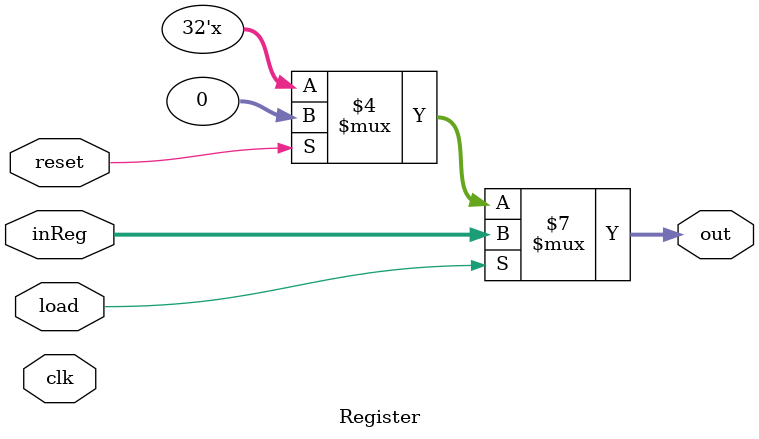
<source format=v>
module Register(load, clk, reset, out, inReg);

//parameter N = 31;

input [31:0] inReg;
input load;
input clk;
input reset;

output reg [31:0] out;

//posedge clk or posedge reset

always @(load or reset)

if(load == 1)
out <= inReg;
else if(reset == 1)
out <= 32'b0;

endmodule 


/*
if(reset) 
	begin
	out <= 32b'0;
	end

else if(load)
	begin
	out <= inReg;
	end
*/
	
</source>
